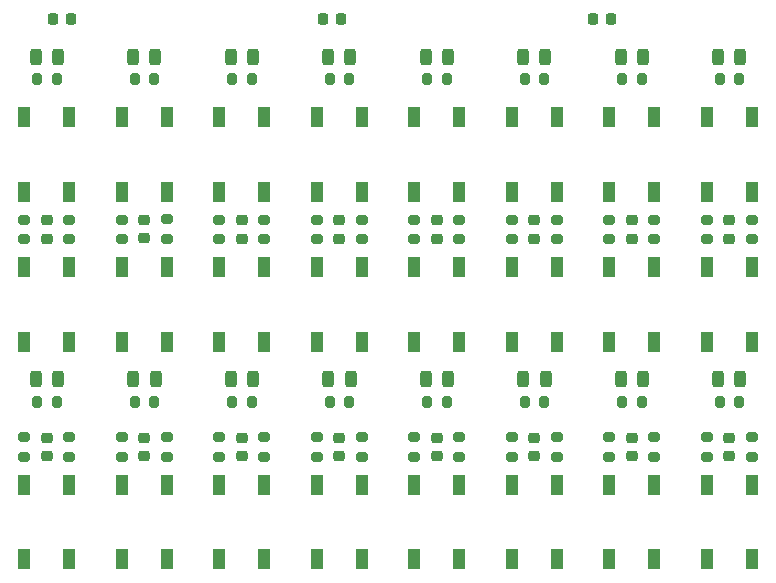
<source format=gbr>
%TF.GenerationSoftware,KiCad,Pcbnew,8.0.2*%
%TF.CreationDate,2024-06-16T13:33:32+02:00*%
%TF.ProjectId,pmod-factory,706d6f64-2d66-4616-9374-6f72792e6b69,rev?*%
%TF.SameCoordinates,Original*%
%TF.FileFunction,Paste,Top*%
%TF.FilePolarity,Positive*%
%FSLAX46Y46*%
G04 Gerber Fmt 4.6, Leading zero omitted, Abs format (unit mm)*
G04 Created by KiCad (PCBNEW 8.0.2) date 2024-06-16 13:33:32*
%MOMM*%
%LPD*%
G01*
G04 APERTURE LIST*
G04 Aperture macros list*
%AMRoundRect*
0 Rectangle with rounded corners*
0 $1 Rounding radius*
0 $2 $3 $4 $5 $6 $7 $8 $9 X,Y pos of 4 corners*
0 Add a 4 corners polygon primitive as box body*
4,1,4,$2,$3,$4,$5,$6,$7,$8,$9,$2,$3,0*
0 Add four circle primitives for the rounded corners*
1,1,$1+$1,$2,$3*
1,1,$1+$1,$4,$5*
1,1,$1+$1,$6,$7*
1,1,$1+$1,$8,$9*
0 Add four rect primitives between the rounded corners*
20,1,$1+$1,$2,$3,$4,$5,0*
20,1,$1+$1,$4,$5,$6,$7,0*
20,1,$1+$1,$6,$7,$8,$9,0*
20,1,$1+$1,$8,$9,$2,$3,0*%
G04 Aperture macros list end*
%ADD10R,1.000000X1.700000*%
%ADD11RoundRect,0.225000X-0.250000X0.225000X-0.250000X-0.225000X0.250000X-0.225000X0.250000X0.225000X0*%
%ADD12RoundRect,0.200000X-0.275000X0.200000X-0.275000X-0.200000X0.275000X-0.200000X0.275000X0.200000X0*%
%ADD13RoundRect,0.200000X0.200000X0.275000X-0.200000X0.275000X-0.200000X-0.275000X0.200000X-0.275000X0*%
%ADD14RoundRect,0.225000X0.225000X0.250000X-0.225000X0.250000X-0.225000X-0.250000X0.225000X-0.250000X0*%
%ADD15RoundRect,0.243750X0.243750X0.456250X-0.243750X0.456250X-0.243750X-0.456250X0.243750X-0.456250X0*%
G04 APERTURE END LIST*
D10*
%TO.C,SW13*%
X128900000Y-88315000D03*
X128900000Y-94615000D03*
X125100000Y-88315000D03*
X125100000Y-94615000D03*
%TD*%
%TO.C,SW24*%
X170175000Y-100990000D03*
X170175000Y-107290000D03*
X166375000Y-100990000D03*
X166375000Y-107290000D03*
%TD*%
D11*
%TO.C,C13*%
X127000000Y-97015000D03*
X127000000Y-98565000D03*
%TD*%
D10*
%TO.C,SW4*%
X137150000Y-119405000D03*
X137150000Y-125705000D03*
X133350000Y-119405000D03*
X133350000Y-125705000D03*
%TD*%
D12*
%TO.C,R1*%
X112395000Y-115380000D03*
X112395000Y-117030000D03*
%TD*%
D13*
%TO.C,R19*%
X127825000Y-112395000D03*
X126175000Y-112395000D03*
%TD*%
D12*
%TO.C,R26*%
X112395000Y-96965000D03*
X112395000Y-98615000D03*
%TD*%
D10*
%TO.C,SW23*%
X170175000Y-88315000D03*
X170175000Y-94615000D03*
X166375000Y-88315000D03*
X166375000Y-94615000D03*
%TD*%
D11*
%TO.C,C12*%
X118740000Y-96990000D03*
X118740000Y-98540000D03*
%TD*%
D10*
%TO.C,SW6*%
X153660000Y-119405000D03*
X153660000Y-125705000D03*
X149860000Y-119405000D03*
X149860000Y-125705000D03*
%TD*%
D12*
%TO.C,R2*%
X108585000Y-115380000D03*
X108585000Y-117030000D03*
%TD*%
D10*
%TO.C,SW21*%
X161920000Y-88315000D03*
X161920000Y-94615000D03*
X158120000Y-88315000D03*
X158120000Y-94615000D03*
%TD*%
D14*
%TO.C,C10*%
X158255000Y-80010000D03*
X156705000Y-80010000D03*
%TD*%
D15*
%TO.C,D14*%
X152702500Y-83185000D03*
X150827500Y-83185000D03*
%TD*%
%TO.C,D5*%
X144452500Y-110490000D03*
X142577500Y-110490000D03*
%TD*%
D11*
%TO.C,C14*%
X135255000Y-97015000D03*
X135255000Y-98565000D03*
%TD*%
D12*
%TO.C,R11*%
X153670000Y-115380000D03*
X153670000Y-117030000D03*
%TD*%
D15*
%TO.C,D2*%
X119687500Y-110490000D03*
X117812500Y-110490000D03*
%TD*%
D12*
%TO.C,R48*%
X166370000Y-96965000D03*
X166370000Y-98615000D03*
%TD*%
%TO.C,R27*%
X108585000Y-96965000D03*
X108585000Y-98615000D03*
%TD*%
D10*
%TO.C,SW15*%
X137155000Y-88315000D03*
X137155000Y-94615000D03*
X133355000Y-88315000D03*
X133355000Y-94615000D03*
%TD*%
%TO.C,SW18*%
X145410000Y-100990000D03*
X145410000Y-107290000D03*
X141610000Y-100990000D03*
X141610000Y-107290000D03*
%TD*%
D15*
%TO.C,D11*%
X127937500Y-83185000D03*
X126062500Y-83185000D03*
%TD*%
D13*
%TO.C,R23*%
X160845000Y-112395000D03*
X159195000Y-112395000D03*
%TD*%
D12*
%TO.C,R29*%
X120645000Y-96940000D03*
X120645000Y-98590000D03*
%TD*%
%TO.C,R38*%
X145415000Y-96965000D03*
X145415000Y-98615000D03*
%TD*%
%TO.C,R12*%
X149860000Y-115380000D03*
X149860000Y-117030000D03*
%TD*%
D11*
%TO.C,C8*%
X168280000Y-115430000D03*
X168280000Y-116980000D03*
%TD*%
D10*
%TO.C,SW12*%
X120645000Y-100990000D03*
X120645000Y-107290000D03*
X116845000Y-100990000D03*
X116845000Y-107290000D03*
%TD*%
D13*
%TO.C,R43*%
X160845000Y-85090000D03*
X159195000Y-85090000D03*
%TD*%
D15*
%TO.C,D6*%
X152707500Y-110490000D03*
X150832500Y-110490000D03*
%TD*%
D12*
%TO.C,R5*%
X128905000Y-115380000D03*
X128905000Y-117030000D03*
%TD*%
D10*
%TO.C,SW19*%
X153665000Y-88315000D03*
X153665000Y-94615000D03*
X149865000Y-88315000D03*
X149865000Y-94615000D03*
%TD*%
D14*
%TO.C,C9*%
X112535000Y-80010000D03*
X110985000Y-80010000D03*
%TD*%
D10*
%TO.C,SW10*%
X112390000Y-100990000D03*
X112390000Y-107290000D03*
X108590000Y-100990000D03*
X108590000Y-107290000D03*
%TD*%
D12*
%TO.C,R39*%
X141605000Y-96965000D03*
X141605000Y-98615000D03*
%TD*%
D13*
%TO.C,R20*%
X136080000Y-112395000D03*
X134430000Y-112395000D03*
%TD*%
D12*
%TO.C,R14*%
X158120000Y-115380000D03*
X158120000Y-117030000D03*
%TD*%
D10*
%TO.C,SW3*%
X128895000Y-119405000D03*
X128895000Y-125705000D03*
X125095000Y-119405000D03*
X125095000Y-125705000D03*
%TD*%
D14*
%TO.C,C19*%
X135395000Y-80010000D03*
X133845000Y-80010000D03*
%TD*%
D12*
%TO.C,R13*%
X161930000Y-115380000D03*
X161930000Y-117030000D03*
%TD*%
%TO.C,R9*%
X145415000Y-115380000D03*
X145415000Y-117030000D03*
%TD*%
%TO.C,R8*%
X133350000Y-115380000D03*
X133350000Y-117030000D03*
%TD*%
D15*
%TO.C,D8*%
X169212500Y-110490000D03*
X167337500Y-110490000D03*
%TD*%
%TO.C,D12*%
X136192500Y-83185000D03*
X134317500Y-83185000D03*
%TD*%
D10*
%TO.C,SW7*%
X161920000Y-119405000D03*
X161920000Y-125705000D03*
X158120000Y-119405000D03*
X158120000Y-125705000D03*
%TD*%
D11*
%TO.C,C11*%
X110490000Y-97015000D03*
X110490000Y-98565000D03*
%TD*%
D15*
%TO.C,D7*%
X160957500Y-110490000D03*
X159082500Y-110490000D03*
%TD*%
D13*
%TO.C,R28*%
X119570000Y-85090000D03*
X117920000Y-85090000D03*
%TD*%
%TO.C,R18*%
X119570000Y-112395000D03*
X117920000Y-112395000D03*
%TD*%
D10*
%TO.C,SW17*%
X145410000Y-88315000D03*
X145410000Y-94615000D03*
X141610000Y-88315000D03*
X141610000Y-94615000D03*
%TD*%
D11*
%TO.C,C16*%
X151765000Y-97015000D03*
X151765000Y-98565000D03*
%TD*%
%TO.C,C6*%
X151765000Y-115430000D03*
X151765000Y-116980000D03*
%TD*%
D13*
%TO.C,R21*%
X144335000Y-112395000D03*
X142685000Y-112395000D03*
%TD*%
D12*
%TO.C,R30*%
X116840000Y-96965000D03*
X116840000Y-98615000D03*
%TD*%
D11*
%TO.C,C17*%
X160020000Y-97015000D03*
X160020000Y-98565000D03*
%TD*%
D12*
%TO.C,R32*%
X128905000Y-96965000D03*
X128905000Y-98615000D03*
%TD*%
D11*
%TO.C,C1*%
X110490000Y-115430000D03*
X110490000Y-116980000D03*
%TD*%
D12*
%TO.C,R42*%
X149860000Y-96965000D03*
X149860000Y-98615000D03*
%TD*%
%TO.C,R33*%
X125095000Y-96965000D03*
X125095000Y-98615000D03*
%TD*%
D13*
%TO.C,R40*%
X152590000Y-85090000D03*
X150940000Y-85090000D03*
%TD*%
D11*
%TO.C,C7*%
X160025000Y-115430000D03*
X160025000Y-116980000D03*
%TD*%
D12*
%TO.C,R7*%
X137160000Y-115380000D03*
X137160000Y-117030000D03*
%TD*%
D13*
%TO.C,R37*%
X144335000Y-85090000D03*
X142685000Y-85090000D03*
%TD*%
D12*
%TO.C,R45*%
X158115000Y-96965000D03*
X158115000Y-98615000D03*
%TD*%
D15*
%TO.C,D16*%
X169212500Y-83185000D03*
X167337500Y-83185000D03*
%TD*%
D12*
%TO.C,R3*%
X120650000Y-115380000D03*
X120650000Y-117030000D03*
%TD*%
D15*
%TO.C,D3*%
X127942500Y-110490000D03*
X126067500Y-110490000D03*
%TD*%
D11*
%TO.C,C5*%
X143510000Y-115430000D03*
X143510000Y-116980000D03*
%TD*%
D12*
%TO.C,R6*%
X125095000Y-115380000D03*
X125095000Y-117030000D03*
%TD*%
%TO.C,R35*%
X137160000Y-96965000D03*
X137160000Y-98615000D03*
%TD*%
%TO.C,R10*%
X141605000Y-115380000D03*
X141605000Y-117030000D03*
%TD*%
D13*
%TO.C,R24*%
X169100000Y-112395000D03*
X167450000Y-112395000D03*
%TD*%
%TO.C,R22*%
X152590000Y-112395000D03*
X150940000Y-112395000D03*
%TD*%
D11*
%TO.C,C2*%
X118745000Y-115430000D03*
X118745000Y-116980000D03*
%TD*%
D10*
%TO.C,SW1*%
X112385000Y-119405000D03*
X112385000Y-125705000D03*
X108585000Y-119405000D03*
X108585000Y-125705000D03*
%TD*%
D15*
%TO.C,D9*%
X111427500Y-83185000D03*
X109552500Y-83185000D03*
%TD*%
%TO.C,D10*%
X119682500Y-83185000D03*
X117807500Y-83185000D03*
%TD*%
%TO.C,D13*%
X144447500Y-83185000D03*
X142572500Y-83185000D03*
%TD*%
D13*
%TO.C,R34*%
X136080000Y-85090000D03*
X134430000Y-85090000D03*
%TD*%
D11*
%TO.C,C15*%
X143510000Y-97015000D03*
X143510000Y-98565000D03*
%TD*%
D10*
%TO.C,SW22*%
X161920000Y-100990000D03*
X161920000Y-107290000D03*
X158120000Y-100990000D03*
X158120000Y-107290000D03*
%TD*%
D12*
%TO.C,R44*%
X161925000Y-96965000D03*
X161925000Y-98615000D03*
%TD*%
D15*
%TO.C,D4*%
X136197500Y-110490000D03*
X134322500Y-110490000D03*
%TD*%
D11*
%TO.C,C4*%
X135255000Y-115430000D03*
X135255000Y-116980000D03*
%TD*%
%TO.C,C18*%
X168275000Y-97015000D03*
X168275000Y-98565000D03*
%TD*%
D10*
%TO.C,SW9*%
X112385000Y-88315000D03*
X112385000Y-94615000D03*
X108585000Y-88315000D03*
X108585000Y-94615000D03*
%TD*%
D13*
%TO.C,R31*%
X127825000Y-85090000D03*
X126175000Y-85090000D03*
%TD*%
D12*
%TO.C,R4*%
X116840000Y-115380000D03*
X116840000Y-117030000D03*
%TD*%
%TO.C,R15*%
X170185000Y-115380000D03*
X170185000Y-117030000D03*
%TD*%
D10*
%TO.C,SW11*%
X120645000Y-88315000D03*
X120645000Y-94615000D03*
X116845000Y-88315000D03*
X116845000Y-94615000D03*
%TD*%
D13*
%TO.C,R46*%
X169100000Y-85090000D03*
X167450000Y-85090000D03*
%TD*%
D11*
%TO.C,C3*%
X127000000Y-115430000D03*
X127000000Y-116980000D03*
%TD*%
D15*
%TO.C,D15*%
X160957500Y-83185000D03*
X159082500Y-83185000D03*
%TD*%
D10*
%TO.C,SW20*%
X153665000Y-100990000D03*
X153665000Y-107290000D03*
X149865000Y-100990000D03*
X149865000Y-107290000D03*
%TD*%
D12*
%TO.C,R47*%
X170180000Y-96965000D03*
X170180000Y-98615000D03*
%TD*%
D15*
%TO.C,D1*%
X111432500Y-110490000D03*
X109557500Y-110490000D03*
%TD*%
D10*
%TO.C,SW2*%
X120640000Y-119405000D03*
X120640000Y-125705000D03*
X116840000Y-119405000D03*
X116840000Y-125705000D03*
%TD*%
%TO.C,SW16*%
X137155000Y-100990000D03*
X137155000Y-107290000D03*
X133355000Y-100990000D03*
X133355000Y-107290000D03*
%TD*%
D13*
%TO.C,R17*%
X111315000Y-112395000D03*
X109665000Y-112395000D03*
%TD*%
D12*
%TO.C,R36*%
X133350000Y-96965000D03*
X133350000Y-98615000D03*
%TD*%
%TO.C,R16*%
X166375000Y-115380000D03*
X166375000Y-117030000D03*
%TD*%
D10*
%TO.C,SW8*%
X170175000Y-119405000D03*
X170175000Y-125705000D03*
X166375000Y-119405000D03*
X166375000Y-125705000D03*
%TD*%
%TO.C,SW5*%
X145405000Y-119405000D03*
X145405000Y-125705000D03*
X141605000Y-119405000D03*
X141605000Y-125705000D03*
%TD*%
%TO.C,SW14*%
X128900000Y-100990000D03*
X128900000Y-107290000D03*
X125100000Y-100990000D03*
X125100000Y-107290000D03*
%TD*%
D12*
%TO.C,R41*%
X153670000Y-96965000D03*
X153670000Y-98615000D03*
%TD*%
D13*
%TO.C,R25*%
X111315000Y-85090000D03*
X109665000Y-85090000D03*
%TD*%
M02*

</source>
